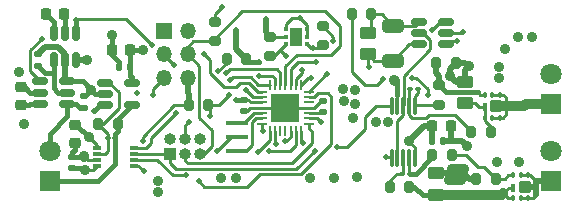
<source format=gbr>
%TF.GenerationSoftware,KiCad,Pcbnew,7.0.6*%
%TF.CreationDate,2023-09-08T17:54:16+10:00*%
%TF.ProjectId,turbidity_sensor_v2,74757262-6964-4697-9479-5f73656e736f,0.1.0*%
%TF.SameCoordinates,Original*%
%TF.FileFunction,Copper,L1,Top*%
%TF.FilePolarity,Positive*%
%FSLAX46Y46*%
G04 Gerber Fmt 4.6, Leading zero omitted, Abs format (unit mm)*
G04 Created by KiCad (PCBNEW 7.0.6) date 2023-09-08 17:54:16*
%MOMM*%
%LPD*%
G01*
G04 APERTURE LIST*
G04 Aperture macros list*
%AMRoundRect*
0 Rectangle with rounded corners*
0 $1 Rounding radius*
0 $2 $3 $4 $5 $6 $7 $8 $9 X,Y pos of 4 corners*
0 Add a 4 corners polygon primitive as box body*
4,1,4,$2,$3,$4,$5,$6,$7,$8,$9,$2,$3,0*
0 Add four circle primitives for the rounded corners*
1,1,$1+$1,$2,$3*
1,1,$1+$1,$4,$5*
1,1,$1+$1,$6,$7*
1,1,$1+$1,$8,$9*
0 Add four rect primitives between the rounded corners*
20,1,$1+$1,$2,$3,$4,$5,0*
20,1,$1+$1,$4,$5,$6,$7,0*
20,1,$1+$1,$6,$7,$8,$9,0*
20,1,$1+$1,$8,$9,$2,$3,0*%
%AMFreePoly0*
4,1,14,0.318306,0.106694,0.381694,0.043306,0.400000,-0.000888,0.400000,-0.062500,0.381694,-0.106694,0.337500,-0.125000,-0.337500,-0.125000,-0.381694,-0.106694,-0.400000,-0.062500,-0.400000,0.062500,-0.381694,0.106694,-0.337500,0.125000,0.274112,0.125000,0.318306,0.106694,0.318306,0.106694,$1*%
%AMFreePoly1*
4,1,14,0.381694,0.106694,0.400000,0.062500,0.400000,0.000888,0.381694,-0.043306,0.318306,-0.106694,0.274112,-0.125000,-0.337500,-0.125000,-0.381694,-0.106694,-0.400000,-0.062500,-0.400000,0.062500,-0.381694,0.106694,-0.337500,0.125000,0.337500,0.125000,0.381694,0.106694,0.381694,0.106694,$1*%
%AMFreePoly2*
4,1,14,0.106694,0.381694,0.125000,0.337500,0.125000,-0.337500,0.106694,-0.381694,0.062500,-0.400000,-0.062500,-0.400000,-0.106694,-0.381694,-0.125000,-0.337500,-0.125000,0.274112,-0.106694,0.318306,-0.043306,0.381694,0.000888,0.400000,0.062500,0.400000,0.106694,0.381694,0.106694,0.381694,$1*%
%AMFreePoly3*
4,1,14,0.043306,0.381694,0.106694,0.318306,0.125000,0.274112,0.125000,-0.337500,0.106694,-0.381694,0.062500,-0.400000,-0.062500,-0.400000,-0.106694,-0.381694,-0.125000,-0.337500,-0.125000,0.337500,-0.106694,0.381694,-0.062500,0.400000,-0.000888,0.400000,0.043306,0.381694,0.043306,0.381694,$1*%
%AMFreePoly4*
4,1,14,0.381694,0.106694,0.400000,0.062500,0.400000,-0.062500,0.381694,-0.106694,0.337500,-0.125000,-0.274112,-0.125000,-0.318306,-0.106694,-0.381694,-0.043306,-0.400000,0.000888,-0.400000,0.062500,-0.381694,0.106694,-0.337500,0.125000,0.337500,0.125000,0.381694,0.106694,0.381694,0.106694,$1*%
%AMFreePoly5*
4,1,14,0.381694,0.106694,0.400000,0.062500,0.400000,-0.062500,0.381694,-0.106694,0.337500,-0.125000,-0.337500,-0.125000,-0.381694,-0.106694,-0.400000,-0.062500,-0.400000,-0.000888,-0.381694,0.043306,-0.318306,0.106694,-0.274112,0.125000,0.337500,0.125000,0.381694,0.106694,0.381694,0.106694,$1*%
%AMFreePoly6*
4,1,14,0.106694,0.381694,0.125000,0.337500,0.125000,-0.274112,0.106694,-0.318306,0.043306,-0.381694,-0.000888,-0.400000,-0.062500,-0.400000,-0.106694,-0.381694,-0.125000,-0.337500,-0.125000,0.337500,-0.106694,0.381694,-0.062500,0.400000,0.062500,0.400000,0.106694,0.381694,0.106694,0.381694,$1*%
%AMFreePoly7*
4,1,14,0.106694,0.381694,0.125000,0.337500,0.125000,-0.337500,0.106694,-0.381694,0.062500,-0.400000,0.000888,-0.400000,-0.043306,-0.381694,-0.106694,-0.318306,-0.125000,-0.274112,-0.125000,0.337500,-0.106694,0.381694,-0.062500,0.400000,0.062500,0.400000,0.106694,0.381694,0.106694,0.381694,$1*%
G04 Aperture macros list end*
%TA.AperFunction,SMDPad,CuDef*%
%ADD10RoundRect,0.200000X0.200000X0.275000X-0.200000X0.275000X-0.200000X-0.275000X0.200000X-0.275000X0*%
%TD*%
%TA.AperFunction,SMDPad,CuDef*%
%ADD11R,1.900000X0.400000*%
%TD*%
%TA.AperFunction,SMDPad,CuDef*%
%ADD12RoundRect,0.100000X-0.130000X-0.100000X0.130000X-0.100000X0.130000X0.100000X-0.130000X0.100000X0*%
%TD*%
%TA.AperFunction,ComponentPad*%
%ADD13R,1.000000X1.000000*%
%TD*%
%TA.AperFunction,ComponentPad*%
%ADD14O,1.000000X1.000000*%
%TD*%
%TA.AperFunction,SMDPad,CuDef*%
%ADD15RoundRect,0.225000X-0.225000X-0.250000X0.225000X-0.250000X0.225000X0.250000X-0.225000X0.250000X0*%
%TD*%
%TA.AperFunction,SMDPad,CuDef*%
%ADD16RoundRect,0.093750X0.093750X0.106250X-0.093750X0.106250X-0.093750X-0.106250X0.093750X-0.106250X0*%
%TD*%
%TA.AperFunction,SMDPad,CuDef*%
%ADD17R,1.000000X1.600000*%
%TD*%
%TA.AperFunction,SMDPad,CuDef*%
%ADD18RoundRect,0.100000X0.130000X0.100000X-0.130000X0.100000X-0.130000X-0.100000X0.130000X-0.100000X0*%
%TD*%
%TA.AperFunction,SMDPad,CuDef*%
%ADD19RoundRect,0.200000X-0.275000X0.200000X-0.275000X-0.200000X0.275000X-0.200000X0.275000X0.200000X0*%
%TD*%
%TA.AperFunction,SMDPad,CuDef*%
%ADD20RoundRect,0.200000X-0.200000X-0.275000X0.200000X-0.275000X0.200000X0.275000X-0.200000X0.275000X0*%
%TD*%
%TA.AperFunction,ComponentPad*%
%ADD21R,1.800000X1.800000*%
%TD*%
%TA.AperFunction,ComponentPad*%
%ADD22C,1.800000*%
%TD*%
%TA.AperFunction,SMDPad,CuDef*%
%ADD23RoundRect,0.225000X0.225000X0.250000X-0.225000X0.250000X-0.225000X-0.250000X0.225000X-0.250000X0*%
%TD*%
%TA.AperFunction,SMDPad,CuDef*%
%ADD24R,0.800000X0.300000*%
%TD*%
%TA.AperFunction,SMDPad,CuDef*%
%ADD25RoundRect,0.140000X0.140000X0.170000X-0.140000X0.170000X-0.140000X-0.170000X0.140000X-0.170000X0*%
%TD*%
%TA.AperFunction,SMDPad,CuDef*%
%ADD26RoundRect,0.075000X-0.075000X0.650000X-0.075000X-0.650000X0.075000X-0.650000X0.075000X0.650000X0*%
%TD*%
%TA.AperFunction,SMDPad,CuDef*%
%ADD27RoundRect,0.140000X-0.170000X0.140000X-0.170000X-0.140000X0.170000X-0.140000X0.170000X0.140000X0*%
%TD*%
%TA.AperFunction,SMDPad,CuDef*%
%ADD28RoundRect,0.140000X0.170000X-0.140000X0.170000X0.140000X-0.170000X0.140000X-0.170000X-0.140000X0*%
%TD*%
%TA.AperFunction,SMDPad,CuDef*%
%ADD29RoundRect,0.150000X0.512500X0.150000X-0.512500X0.150000X-0.512500X-0.150000X0.512500X-0.150000X0*%
%TD*%
%TA.AperFunction,SMDPad,CuDef*%
%ADD30RoundRect,0.140000X-0.140000X-0.170000X0.140000X-0.170000X0.140000X0.170000X-0.140000X0.170000X0*%
%TD*%
%TA.AperFunction,SMDPad,CuDef*%
%ADD31RoundRect,0.050100X-0.099900X0.174900X-0.099900X-0.174900X0.099900X-0.174900X0.099900X0.174900X0*%
%TD*%
%TA.AperFunction,SMDPad,CuDef*%
%ADD32RoundRect,0.050100X-0.099900X0.324900X-0.099900X-0.324900X0.099900X-0.324900X0.099900X0.324900X0*%
%TD*%
%TA.AperFunction,SMDPad,CuDef*%
%ADD33RoundRect,0.050350X-0.424650X0.449650X-0.424650X-0.449650X0.424650X-0.449650X0.424650X0.449650X0*%
%TD*%
%TA.AperFunction,SMDPad,CuDef*%
%ADD34RoundRect,0.250000X0.450000X-0.262500X0.450000X0.262500X-0.450000X0.262500X-0.450000X-0.262500X0*%
%TD*%
%TA.AperFunction,SMDPad,CuDef*%
%ADD35RoundRect,0.200000X0.275000X-0.200000X0.275000X0.200000X-0.275000X0.200000X-0.275000X-0.200000X0*%
%TD*%
%TA.AperFunction,SMDPad,CuDef*%
%ADD36RoundRect,0.225000X-0.250000X0.225000X-0.250000X-0.225000X0.250000X-0.225000X0.250000X0.225000X0*%
%TD*%
%TA.AperFunction,SMDPad,CuDef*%
%ADD37RoundRect,0.150000X-0.512500X-0.150000X0.512500X-0.150000X0.512500X0.150000X-0.512500X0.150000X0*%
%TD*%
%TA.AperFunction,SMDPad,CuDef*%
%ADD38RoundRect,0.250000X-0.650000X0.325000X-0.650000X-0.325000X0.650000X-0.325000X0.650000X0.325000X0*%
%TD*%
%TA.AperFunction,ComponentPad*%
%ADD39R,1.350000X1.350000*%
%TD*%
%TA.AperFunction,ComponentPad*%
%ADD40O,1.350000X1.350000*%
%TD*%
%TA.AperFunction,SMDPad,CuDef*%
%ADD41FreePoly0,0.000000*%
%TD*%
%TA.AperFunction,SMDPad,CuDef*%
%ADD42RoundRect,0.062500X-0.337500X-0.062500X0.337500X-0.062500X0.337500X0.062500X-0.337500X0.062500X0*%
%TD*%
%TA.AperFunction,SMDPad,CuDef*%
%ADD43FreePoly1,0.000000*%
%TD*%
%TA.AperFunction,SMDPad,CuDef*%
%ADD44FreePoly2,0.000000*%
%TD*%
%TA.AperFunction,SMDPad,CuDef*%
%ADD45RoundRect,0.062500X-0.062500X-0.337500X0.062500X-0.337500X0.062500X0.337500X-0.062500X0.337500X0*%
%TD*%
%TA.AperFunction,SMDPad,CuDef*%
%ADD46FreePoly3,0.000000*%
%TD*%
%TA.AperFunction,SMDPad,CuDef*%
%ADD47FreePoly4,0.000000*%
%TD*%
%TA.AperFunction,SMDPad,CuDef*%
%ADD48FreePoly5,0.000000*%
%TD*%
%TA.AperFunction,SMDPad,CuDef*%
%ADD49FreePoly6,0.000000*%
%TD*%
%TA.AperFunction,SMDPad,CuDef*%
%ADD50FreePoly7,0.000000*%
%TD*%
%TA.AperFunction,SMDPad,CuDef*%
%ADD51R,2.400000X2.400000*%
%TD*%
%TA.AperFunction,SMDPad,CuDef*%
%ADD52RoundRect,0.225000X0.250000X-0.225000X0.250000X0.225000X-0.250000X0.225000X-0.250000X-0.225000X0*%
%TD*%
%TA.AperFunction,SMDPad,CuDef*%
%ADD53RoundRect,0.150000X0.150000X-0.512500X0.150000X0.512500X-0.150000X0.512500X-0.150000X-0.512500X0*%
%TD*%
%TA.AperFunction,SMDPad,CuDef*%
%ADD54RoundRect,0.250000X-0.450000X0.262500X-0.450000X-0.262500X0.450000X-0.262500X0.450000X0.262500X0*%
%TD*%
%TA.AperFunction,ViaPad*%
%ADD55C,0.500000*%
%TD*%
%TA.AperFunction,ViaPad*%
%ADD56C,0.900000*%
%TD*%
%TA.AperFunction,Conductor*%
%ADD57C,0.250000*%
%TD*%
%TA.AperFunction,Conductor*%
%ADD58C,0.812800*%
%TD*%
%TA.AperFunction,Conductor*%
%ADD59C,0.508000*%
%TD*%
%TA.AperFunction,Conductor*%
%ADD60C,0.254000*%
%TD*%
%TA.AperFunction,Conductor*%
%ADD61C,0.381000*%
%TD*%
G04 APERTURE END LIST*
D10*
%TO.P,R13,1*%
%TO.N,Net-(D2-K)*%
X109011107Y-110563839D03*
%TO.P,R13,2*%
%TO.N,TIA_SIGNAL*%
X107361107Y-110563839D03*
%TD*%
D11*
%TO.P,Y1,1,1*%
%TO.N,Net-(U3-XTAL1{slash}PB6)*%
X119132190Y-110489158D03*
%TO.P,Y1,2,2*%
%TO.N,GND*%
X119132190Y-111689158D03*
%TO.P,Y1,3,3*%
%TO.N,Net-(U3-XTAL2{slash}PB7)*%
X119132190Y-112889158D03*
%TD*%
D12*
%TO.P,C33,1*%
%TO.N,Net-(U9A--)*%
X133781227Y-107624240D03*
%TO.P,C33,2*%
%TO.N,Net-(C33-Pad2)*%
X134421227Y-107624240D03*
%TD*%
D13*
%TO.P,J1,1,Pin_1*%
%TO.N,MISO*%
X113462636Y-113082428D03*
D14*
%TO.P,J1,2,Pin_2*%
%TO.N,+3.3V*%
X113462636Y-111812428D03*
%TO.P,J1,3,Pin_3*%
%TO.N,CLKO*%
X114732636Y-113082428D03*
%TO.P,J1,4,Pin_4*%
%TO.N,MOSI*%
X114732636Y-111812428D03*
%TO.P,J1,5,Pin_5*%
%TO.N,RST*%
X116002636Y-113082428D03*
%TO.P,J1,6,Pin_6*%
%TO.N,GND*%
X116002636Y-111812428D03*
%TD*%
D15*
%TO.P,C22,1*%
%TO.N,+3.3V*%
X135654180Y-110775743D03*
%TO.P,C22,2*%
%TO.N,GND*%
X137204180Y-110775743D03*
%TD*%
D10*
%TO.P,R8,1*%
%TO.N,Net-(Q1-G)*%
X141015356Y-115197936D03*
%TO.P,R8,2*%
%TO.N,GND*%
X139365356Y-115197936D03*
%TD*%
D16*
%TO.P,U6,1,SCL*%
%TO.N,SCL*%
X125020282Y-103832709D03*
%TO.P,U6,2,GND*%
%TO.N,GND*%
X125020282Y-103182709D03*
%TO.P,U6,3,ALERT*%
X125020282Y-102532709D03*
%TO.P,U6,4,ADD0*%
X123245282Y-102532709D03*
%TO.P,U6,5,V+*%
%TO.N,+3.3V*%
X123245282Y-103182709D03*
%TO.P,U6,6,SDA*%
%TO.N,SDA*%
X123245282Y-103832709D03*
D17*
%TO.P,U6,7*%
%TO.N,N/C*%
X124132782Y-103182709D03*
%TD*%
D18*
%TO.P,C31,1*%
%TO.N,Net-(D2-K)*%
X108820000Y-111741428D03*
%TO.P,C31,2*%
%TO.N,TIA_SIGNAL*%
X108180000Y-111741428D03*
%TD*%
D19*
%TO.P,R4,1*%
%TO.N,+3.3V*%
X117222799Y-101934363D03*
%TO.P,R4,2*%
%TO.N,RST*%
X117222799Y-103584363D03*
%TD*%
D20*
%TO.P,R1,1*%
%TO.N,+BATT*%
X115043340Y-108994719D03*
%TO.P,R1,2*%
%TO.N,LED_PWR_FAULT*%
X116693340Y-108994719D03*
%TD*%
D21*
%TO.P,D1,1,K*%
%TO.N,Net-(D1-K)*%
X145658563Y-108880210D03*
D22*
%TO.P,D1,2,A*%
%TO.N,LED_PWR*%
X145658563Y-106340210D03*
%TD*%
D18*
%TO.P,C27,1*%
%TO.N,Net-(C27-Pad1)*%
X133749400Y-114774286D03*
%TO.P,C27,2*%
%TO.N,Net-(U9B--)*%
X133109400Y-114774286D03*
%TD*%
D23*
%TO.P,C23,1*%
%TO.N,Net-(U10-C1+)*%
X104460918Y-101232877D03*
%TO.P,C23,2*%
%TO.N,Net-(U10-C1-)*%
X102910918Y-101232877D03*
%TD*%
%TO.P,C30,1*%
%TO.N,TIA_PWR*%
X110087775Y-104279415D03*
%TO.P,C30,2*%
%TO.N,GND*%
X108537775Y-104279415D03*
%TD*%
D24*
%TO.P,U7,1,DVDD*%
%TO.N,GND*%
X110361094Y-114108624D03*
%TO.P,U7,2,SCLK*%
%TO.N,CLKO*%
X110361094Y-113608624D03*
%TO.P,U7,3,SDO*%
%TO.N,MISO*%
X110361094Y-113108624D03*
%TO.P,U7,4,~{CS}*%
%TO.N,SS*%
X110361094Y-112608624D03*
%TO.P,U7,5,AINM*%
%TO.N,GND*%
X107261094Y-112608624D03*
%TO.P,U7,6,AINP*%
%TO.N,TIA_SIGNAL*%
X107261094Y-113108624D03*
%TO.P,U7,7,AVDD*%
%TO.N,+3.3VADC*%
X107261094Y-113608624D03*
%TO.P,U7,8,GND*%
%TO.N,GND*%
X107261094Y-114108624D03*
%TD*%
D25*
%TO.P,C29,1*%
%TO.N,TIA_PWR*%
X110090210Y-105708435D03*
%TO.P,C29,2*%
%TO.N,GND*%
X109130210Y-105708435D03*
%TD*%
D26*
%TO.P,U9,1*%
%TO.N,Net-(C33-Pad2)*%
X134193215Y-109024479D03*
%TO.P,U9,2,-*%
%TO.N,Net-(U9A--)*%
X133693215Y-109024479D03*
%TO.P,U9,3,+*%
%TO.N,LED_ANALOG_SIGNAL*%
X133193215Y-109024479D03*
%TO.P,U9,4,V-*%
%TO.N,GND*%
X132693215Y-109024479D03*
%TO.P,U9,5,SHDN*%
%TO.N,LED_2_EN*%
X132193215Y-109024479D03*
%TO.P,U9,6,SHDN*%
%TO.N,LED_1_EN*%
X132193215Y-113424479D03*
%TO.P,U9,7,+*%
%TO.N,LED_ANALOG_SIGNAL*%
X132693215Y-113424479D03*
%TO.P,U9,8,-*%
%TO.N,Net-(U9B--)*%
X133193215Y-113424479D03*
%TO.P,U9,9*%
%TO.N,Net-(C27-Pad1)*%
X133693215Y-113424479D03*
%TO.P,U9,10,V+*%
%TO.N,+3.3V*%
X134193215Y-113424479D03*
%TD*%
D27*
%TO.P,C6,1*%
%TO.N,+3.3V*%
X119746465Y-108506034D03*
%TO.P,C6,2*%
%TO.N,GND*%
X119746465Y-109466034D03*
%TD*%
D28*
%TO.P,C28,1*%
%TO.N,Net-(D2-A)*%
X106144051Y-109189014D03*
%TO.P,C28,2*%
%TO.N,GND*%
X106144051Y-108229014D03*
%TD*%
D27*
%TO.P,C15,1*%
%TO.N,+3.3VADC*%
X105169248Y-113379920D03*
%TO.P,C15,2*%
%TO.N,GND*%
X105169248Y-114339920D03*
%TD*%
D29*
%TO.P,U11,1,VOUT*%
%TO.N,Net-(D2-A)*%
X104747534Y-108875397D03*
%TO.P,U11,2,GND*%
%TO.N,Net-(U10-VOUT)*%
X104747534Y-107925397D03*
%TO.P,U11,3,VIN*%
%TO.N,GND*%
X104747534Y-106975397D03*
%TO.P,U11,4,EN*%
%TO.N,NEG_VOLT_EN*%
X102472534Y-106975397D03*
%TO.P,U11,5,C1+*%
%TO.N,Net-(U11-C1+)*%
X102472534Y-107925397D03*
%TO.P,U11,6,C1-*%
%TO.N,Net-(U11-C1-)*%
X102472534Y-108875397D03*
%TD*%
D30*
%TO.P,C21,1*%
%TO.N,+3.3V*%
X135629483Y-111978319D03*
%TO.P,C21,2*%
%TO.N,GND*%
X136589483Y-111978319D03*
%TD*%
D21*
%TO.P,D2,1,K*%
%TO.N,Net-(D2-K)*%
X103249445Y-115439646D03*
D22*
%TO.P,D2,2,A*%
%TO.N,Net-(D2-A)*%
X103249445Y-112899646D03*
%TD*%
D31*
%TO.P,Q2,1,D*%
%TO.N,Net-(D1-K)*%
X141378652Y-108095255D03*
%TO.P,Q2,2,D*%
X140728652Y-108095255D03*
%TO.P,Q2,3,G*%
%TO.N,Net-(Q2-G)*%
X140078652Y-108095255D03*
%TO.P,Q2,4,S*%
%TO.N,Net-(Q2-S-Pad4)*%
X140078652Y-110045255D03*
%TO.P,Q2,5,D*%
%TO.N,Net-(D1-K)*%
X140728652Y-110045255D03*
%TO.P,Q2,6,D*%
X141378652Y-110045255D03*
D32*
%TO.P,Q2,7,S*%
%TO.N,Net-(Q2-S-Pad4)*%
X140078652Y-109165255D03*
D33*
%TO.P,Q2,8,D*%
%TO.N,Net-(D1-K)*%
X141053652Y-109070255D03*
%TD*%
D34*
%TO.P,R17,1*%
%TO.N,Net-(Q2-S-Pad4)*%
X138449462Y-108825738D03*
%TO.P,R17,2*%
%TO.N,GND*%
X138449462Y-107000738D03*
%TD*%
D35*
%TO.P,R18,1*%
%TO.N,SCL*%
X126371024Y-103898558D03*
%TO.P,R18,2*%
%TO.N,+3.3V*%
X126371024Y-102248558D03*
%TD*%
D20*
%TO.P,R15,1*%
%TO.N,Net-(Q2-G)*%
X135983349Y-105441549D03*
%TO.P,R15,2*%
%TO.N,GND*%
X137633349Y-105441549D03*
%TD*%
D28*
%TO.P,C3,1*%
%TO.N,Net-(U3-AREF)*%
X126421689Y-109552343D03*
%TO.P,C3,2*%
%TO.N,GND*%
X126421689Y-108592343D03*
%TD*%
D36*
%TO.P,C25,1*%
%TO.N,Net-(U11-C1+)*%
X100798730Y-107432386D03*
%TO.P,C25,2*%
%TO.N,Net-(U11-C1-)*%
X100798730Y-108982386D03*
%TD*%
D19*
%TO.P,R14,1*%
%TO.N,Net-(Q2-G)*%
X136181014Y-107302063D03*
%TO.P,R14,2*%
%TO.N,Net-(C33-Pad2)*%
X136181014Y-108952063D03*
%TD*%
D37*
%TO.P,U12,1*%
%TO.N,TIA_SIGNAL*%
X107932122Y-107066341D03*
%TO.P,U12,2,V-*%
%TO.N,GND*%
X107932122Y-108016341D03*
%TO.P,U12,3,+*%
%TO.N,TIA_BIAS*%
X107932122Y-108966341D03*
%TO.P,U12,4,-*%
%TO.N,Net-(D2-K)*%
X110207122Y-108966341D03*
%TO.P,U12,5,V+*%
%TO.N,TIA_PWR*%
X110207122Y-107066341D03*
%TD*%
D10*
%TO.P,R16,1*%
%TO.N,Net-(Q2-S-Pad4)*%
X140595196Y-111279440D03*
%TO.P,R16,2*%
%TO.N,Net-(U9A--)*%
X138945196Y-111279440D03*
%TD*%
D38*
%TO.P,C24,1*%
%TO.N,Net-(C24-Pad1)*%
X132349785Y-102249082D03*
%TO.P,C24,2*%
%TO.N,GND*%
X132349785Y-105199082D03*
%TD*%
D20*
%TO.P,R5,1*%
%TO.N,+3.3VADC*%
X128820664Y-101297898D03*
%TO.P,R5,2*%
%TO.N,Net-(C24-Pad1)*%
X130470664Y-101297898D03*
%TD*%
D34*
%TO.P,R10,1*%
%TO.N,Net-(Q1-S-Pad4)*%
X135925761Y-116587637D03*
%TO.P,R10,2*%
%TO.N,GND*%
X135925761Y-114762637D03*
%TD*%
D39*
%TO.P,J3,1,Pin_1*%
%TO.N,WKE*%
X112931610Y-102661401D03*
D40*
%TO.P,J3,2,Pin_2*%
%TO.N,GND*%
X114931610Y-102661401D03*
%TO.P,J3,3,Pin_3*%
%TO.N,TX*%
X112931610Y-104661401D03*
%TO.P,J3,4,Pin_4*%
%TO.N,RST*%
X114931610Y-104661401D03*
%TO.P,J3,5,Pin_5*%
%TO.N,RX*%
X112931610Y-106661401D03*
%TO.P,J3,6,Pin_6*%
%TO.N,+BATT*%
X114931610Y-106661401D03*
%TD*%
D21*
%TO.P,D3,1,K*%
%TO.N,Net-(D3-K)*%
X145658563Y-115439646D03*
D22*
%TO.P,D3,2,A*%
%TO.N,LED_PWR*%
X145658563Y-112899646D03*
%TD*%
D31*
%TO.P,Q1,1,D*%
%TO.N,Net-(D3-K)*%
X143788240Y-114911426D03*
%TO.P,Q1,2,D*%
X143138240Y-114911426D03*
%TO.P,Q1,3,G*%
%TO.N,Net-(Q1-G)*%
X142488240Y-114911426D03*
%TO.P,Q1,4,S*%
%TO.N,Net-(Q1-S-Pad4)*%
X142488240Y-116861426D03*
%TO.P,Q1,5,D*%
%TO.N,Net-(D3-K)*%
X143138240Y-116861426D03*
%TO.P,Q1,6,D*%
X143788240Y-116861426D03*
D32*
%TO.P,Q1,7,S*%
%TO.N,Net-(Q1-S-Pad4)*%
X142488240Y-115981426D03*
D33*
%TO.P,Q1,8,D*%
%TO.N,Net-(D3-K)*%
X143463240Y-115886426D03*
%TD*%
D10*
%TO.P,R9,1*%
%TO.N,Net-(Q1-S-Pad4)*%
X133693537Y-115874549D03*
%TO.P,R9,2*%
%TO.N,Net-(U9B--)*%
X132043537Y-115874549D03*
%TD*%
D41*
%TO.P,U3,1,PD3*%
%TO.N,WKE*%
X121266412Y-107837195D03*
D42*
%TO.P,U3,2,PD4*%
%TO.N,LED_PWR_EN*%
X121266412Y-108287195D03*
%TO.P,U3,3,VCC*%
%TO.N,+3.3V*%
X121266412Y-108737195D03*
%TO.P,U3,4,GND*%
%TO.N,GND*%
X121266412Y-109187195D03*
%TO.P,U3,5,XTAL1/PB6*%
%TO.N,Net-(U3-XTAL1{slash}PB6)*%
X121266412Y-109637195D03*
%TO.P,U3,6,XTAL2/PB7*%
%TO.N,Net-(U3-XTAL2{slash}PB7)*%
X121266412Y-110087195D03*
D43*
%TO.P,U3,7,PD5*%
%TO.N,LED_PWR_FAULT*%
X121266412Y-110537195D03*
D44*
%TO.P,U3,8,PD6*%
%TO.N,LED_2_EN*%
X121866412Y-111137195D03*
D45*
%TO.P,U3,9,PD7*%
%TO.N,LED_1_EN*%
X122316412Y-111137195D03*
%TO.P,U3,10,PB0*%
%TO.N,unconnected-(U3-PB0-Pad10)*%
X122766412Y-111137195D03*
%TO.P,U3,11,PB1*%
%TO.N,unconnected-(U3-PB1-Pad11)*%
X123216412Y-111137195D03*
%TO.P,U3,12,PB2*%
%TO.N,SS*%
X123666412Y-111137195D03*
%TO.P,U3,13,PB3*%
%TO.N,MOSI*%
X124116412Y-111137195D03*
D46*
%TO.P,U3,14,PB4*%
%TO.N,MISO*%
X124566412Y-111137195D03*
D47*
%TO.P,U3,15,PB5*%
%TO.N,CLKO*%
X125166412Y-110537195D03*
D42*
%TO.P,U3,16,AVCC*%
%TO.N,+3.3V*%
X125166412Y-110087195D03*
%TO.P,U3,17,AREF*%
%TO.N,Net-(U3-AREF)*%
X125166412Y-109637195D03*
%TO.P,U3,18,GND*%
%TO.N,GND*%
X125166412Y-109187195D03*
%TO.P,U3,19,PC0*%
%TO.N,unconnected-(U3-PC0-Pad19)*%
X125166412Y-108737195D03*
%TO.P,U3,20,PC1*%
%TO.N,REF_EN*%
X125166412Y-108287195D03*
D48*
%TO.P,U3,21,PC2*%
%TO.N,LED_DIGITAL_SIGNAL*%
X125166412Y-107837195D03*
D49*
%TO.P,U3,22,PC3*%
%TO.N,TIA_PWR_EN*%
X124566412Y-107237195D03*
D45*
%TO.P,U3,23,PC4*%
%TO.N,SDA*%
X124116412Y-107237195D03*
%TO.P,U3,24,PC5*%
%TO.N,SCL*%
X123666412Y-107237195D03*
%TO.P,U3,25,~{RESET}/PC6*%
%TO.N,RST*%
X123216412Y-107237195D03*
%TO.P,U3,26,PD0*%
%TO.N,TX*%
X122766412Y-107237195D03*
%TO.P,U3,27,PD1*%
%TO.N,RX*%
X122316412Y-107237195D03*
D50*
%TO.P,U3,28,PD2*%
%TO.N,NEG_VOLT_EN*%
X121866412Y-107237195D03*
D51*
%TO.P,U3,29,GND*%
%TO.N,GND*%
X123216412Y-109187195D03*
%TD*%
D29*
%TO.P,U1,1*%
%TO.N,LED_DIGITAL_SIGNAL*%
X136767189Y-103833327D03*
%TO.P,U1,2,V+*%
%TO.N,+3.3V*%
X136767189Y-102883327D03*
%TO.P,U1,3,GND*%
%TO.N,GND*%
X136767189Y-101933327D03*
%TO.P,U1,4*%
%TO.N,Net-(C24-Pad1)*%
X134492189Y-101933327D03*
%TO.P,U1,5*%
%TO.N,LED_ANALOG_SIGNAL*%
X134492189Y-102883327D03*
%TO.P,U1,6*%
%TO.N,GND*%
X134492189Y-103833327D03*
%TD*%
D52*
%TO.P,C17,1*%
%TO.N,+3.3VADC*%
X105403262Y-112174390D03*
%TO.P,C17,2*%
%TO.N,GND*%
X105403262Y-110624390D03*
%TD*%
D10*
%TO.P,R2,1*%
%TO.N,LED_PWR_EN*%
X119880237Y-105108097D03*
%TO.P,R2,2*%
%TO.N,GND*%
X118230237Y-105108097D03*
%TD*%
D28*
%TO.P,C26,1*%
%TO.N,Net-(U10-VOUT)*%
X102241463Y-105632017D03*
%TO.P,C26,2*%
%TO.N,GND*%
X102241463Y-104672017D03*
%TD*%
D10*
%TO.P,R7,1*%
%TO.N,Net-(Q1-G)*%
X137287443Y-113213108D03*
%TO.P,R7,2*%
%TO.N,Net-(C27-Pad1)*%
X135637443Y-113213108D03*
%TD*%
D53*
%TO.P,U10,1,VOUT*%
%TO.N,Net-(U10-VOUT)*%
X103588579Y-105182913D03*
%TO.P,U10,2,GND*%
%TO.N,GND*%
X104538579Y-105182913D03*
%TO.P,U10,3,VIN*%
%TO.N,+3.3V*%
X105488579Y-105182913D03*
%TO.P,U10,4,EN*%
%TO.N,NEG_VOLT_EN*%
X105488579Y-102907913D03*
%TO.P,U10,5,C1+*%
%TO.N,Net-(U10-C1+)*%
X104538579Y-102907913D03*
%TO.P,U10,6,C1-*%
%TO.N,Net-(U10-C1-)*%
X103588579Y-102907913D03*
%TD*%
D54*
%TO.P,R6,1*%
%TO.N,Net-(C24-Pad1)*%
X130216492Y-102857588D03*
%TO.P,R6,2*%
%TO.N,GND*%
X130216492Y-104682588D03*
%TD*%
D35*
%TO.P,R19,1*%
%TO.N,SDA*%
X121907323Y-104828765D03*
%TO.P,R19,2*%
%TO.N,+3.3V*%
X121907323Y-103178765D03*
%TD*%
D55*
%TO.N,GND*%
X117431747Y-112819419D03*
D56*
X112439941Y-116357410D03*
X129115383Y-107720303D03*
X131916497Y-110400000D03*
X137339946Y-114413730D03*
X137075085Y-115338137D03*
X106770139Y-107705797D03*
D55*
X117530213Y-106080213D03*
D56*
X143000000Y-113790146D03*
X138294980Y-114399037D03*
X128127156Y-107570595D03*
D55*
X130329681Y-105709526D03*
D56*
X142900000Y-103200000D03*
X138713663Y-105704613D03*
X112439941Y-115433819D03*
X119062593Y-115131928D03*
X137128358Y-106515591D03*
X106573442Y-111706900D03*
D55*
X124425417Y-101601571D03*
D56*
X141117864Y-113765385D03*
D55*
X122650000Y-109150000D03*
D56*
X128915491Y-110076860D03*
D55*
X111200000Y-114550000D03*
D56*
X144100000Y-103200000D03*
D55*
X135652093Y-102620014D03*
D56*
X108559432Y-103023520D03*
X138575957Y-112404485D03*
X117733790Y-115131928D03*
X138074588Y-115338137D03*
X129139116Y-108918792D03*
X132423771Y-106844088D03*
X101089244Y-110565149D03*
X128143041Y-108614172D03*
D55*
X123850000Y-109150000D03*
D56*
X100655381Y-106182875D03*
X106278799Y-114431872D03*
X130900000Y-110400000D03*
D55*
%TO.N,+3.3VADC*%
X131490783Y-106776486D03*
D56*
X106191672Y-113322508D03*
D55*
X133898623Y-106645275D03*
X135268698Y-108145547D03*
D56*
%TO.N,+BATT*%
X125297802Y-115108976D03*
D55*
X111173423Y-112034124D03*
D56*
X129250000Y-115100000D03*
X127320103Y-115108132D03*
D55*
%TO.N,+3.3V*%
X138222899Y-102799822D03*
X126200000Y-110400000D03*
X117800000Y-100700000D03*
D56*
X141313086Y-105752987D03*
X133668546Y-112049979D03*
D55*
X121528931Y-101642406D03*
D56*
X141800000Y-104200000D03*
X106451058Y-105153746D03*
D55*
X127278974Y-103552871D03*
D56*
X141317983Y-106710135D03*
D55*
X110622782Y-107981360D03*
X119056862Y-108506034D03*
D56*
%TO.N,TIA_PWR*%
X111120805Y-104268265D03*
D55*
%TO.N,TIA_BIAS*%
X107000000Y-109500000D03*
%TO.N,MISO*%
X124690517Y-112182843D03*
X125673591Y-112824704D03*
%TO.N,CLKO*%
X114777217Y-114931928D03*
%TO.N,MOSI*%
X115038274Y-110386668D03*
X121779195Y-112825204D03*
%TO.N,TX*%
X113800000Y-105600000D03*
X118214751Y-106224125D03*
%TO.N,RX*%
X121004999Y-106507162D03*
X111963403Y-108125869D03*
%TO.N,LED_DIGITAL_SIGNAL*%
X126760000Y-106320000D03*
X137742074Y-103529169D03*
%TO.N,LED_PWR_EN*%
X118999723Y-102584220D03*
X119896763Y-107660255D03*
X120953579Y-105305378D03*
%TO.N,LED_PWR_FAULT*%
X118400000Y-108150000D03*
X121291912Y-111151834D03*
X116858319Y-109902604D03*
%TO.N,LED_2_EN*%
X127600000Y-112500000D03*
X120850000Y-112950000D03*
%TO.N,LED_1_EN*%
X131703088Y-113400111D03*
X122400000Y-112250704D03*
%TO.N,SS*%
X113983227Y-109664507D03*
X123200000Y-112000000D03*
%TO.N,REF_EN*%
X115863418Y-115431235D03*
%TO.N,TIA_PWR_EN*%
X125340989Y-106685682D03*
%TO.N,SDA*%
X124600000Y-106000000D03*
X123300517Y-104800517D03*
%TO.N,SCL*%
X125531155Y-104154887D03*
X125815945Y-105303887D03*
%TO.N,NEG_VOLT_EN*%
X111931610Y-103850644D03*
X102582347Y-103363524D03*
X105500000Y-101750000D03*
X118479281Y-106871680D03*
%TO.N,WKE*%
X116300000Y-104649406D03*
%TD*%
D57*
%TO.N,GND*%
X118562009Y-111689158D02*
X119132190Y-111689158D01*
X117431747Y-112819419D02*
X118562009Y-111689158D01*
%TO.N,Net-(U3-XTAL2{slash}PB7)*%
X121266412Y-110087195D02*
X120734153Y-110087195D01*
X120407190Y-112364158D02*
X119882190Y-112889158D01*
X119882190Y-112889158D02*
X119132190Y-112889158D01*
X120734153Y-110087195D02*
X120407190Y-110414158D01*
X120407190Y-110414158D02*
X120407190Y-112364158D01*
D58*
%TO.N,GND*%
X138074588Y-115148372D02*
X137339946Y-114413730D01*
X137075085Y-115338137D02*
X137355880Y-115338137D01*
D59*
X137613505Y-107000738D02*
X137128358Y-106515591D01*
X136991039Y-114762637D02*
X137339946Y-114413730D01*
D58*
X132477315Y-106928428D02*
X132423771Y-106874884D01*
D57*
X110758624Y-114108624D02*
X111200000Y-114550000D01*
X132349785Y-105199082D02*
X130732986Y-105199082D01*
D59*
X104538579Y-106766442D02*
X104538579Y-105182913D01*
D60*
X107261094Y-112394552D02*
X106573442Y-111706900D01*
D57*
X130216492Y-105596337D02*
X130329681Y-105709526D01*
D60*
X107261094Y-112608624D02*
X107261094Y-112394552D01*
D57*
X121266412Y-109187195D02*
X120212805Y-109187195D01*
D61*
X107080683Y-108016341D02*
X106770139Y-107705797D01*
D60*
X106937846Y-114431872D02*
X107261094Y-114108624D01*
D57*
X125664420Y-109187195D02*
X125166412Y-109187195D01*
D59*
X137128358Y-105946540D02*
X137633349Y-105441549D01*
D57*
X119933966Y-109466034D02*
X119746465Y-109466034D01*
D61*
X107932122Y-108016341D02*
X107080683Y-108016341D01*
X108537775Y-104279415D02*
X108537775Y-103045177D01*
D59*
X137633349Y-105441549D02*
X138450599Y-105441549D01*
D61*
X108537775Y-103045177D02*
X108559432Y-103023520D01*
D57*
X126259272Y-108592343D02*
X125664420Y-109187195D01*
D59*
X138747936Y-115197936D02*
X138294980Y-114744980D01*
D58*
X138074588Y-115338137D02*
X137075085Y-115338137D01*
D57*
X110361094Y-114108624D02*
X110758624Y-114108624D01*
D59*
X136589483Y-111978319D02*
X137250000Y-111978319D01*
D61*
X105490932Y-110624390D02*
X106573442Y-111706900D01*
X106039739Y-106975397D02*
X104747534Y-106975397D01*
D57*
X134492189Y-103833327D02*
X133715540Y-103833327D01*
D58*
X138294980Y-114399037D02*
X137354639Y-114399037D01*
D57*
X122612805Y-109187195D02*
X121266412Y-109187195D01*
D58*
X137355880Y-115338137D02*
X138294980Y-114399037D01*
D61*
X109130210Y-105330210D02*
X109130210Y-105708435D01*
D58*
X138074588Y-115338137D02*
X138074588Y-115148372D01*
D57*
X133715540Y-103833327D02*
X132349785Y-105199082D01*
D59*
X138149791Y-111978319D02*
X138575957Y-112404485D01*
X138449462Y-107000738D02*
X138449462Y-105968814D01*
D57*
X125020282Y-102532709D02*
X125020282Y-102196436D01*
D61*
X108537775Y-104279415D02*
X108537775Y-104737775D01*
D57*
X125166412Y-109187195D02*
X123887195Y-109187195D01*
X123245282Y-102120209D02*
X123763920Y-101601571D01*
D61*
X106246922Y-108229014D02*
X106770139Y-107705797D01*
D57*
X123763920Y-101601571D02*
X124425417Y-101601571D01*
D59*
X103988764Y-104066413D02*
X104538579Y-104616228D01*
D57*
X125020282Y-103182709D02*
X125020282Y-102532709D01*
D59*
X102847067Y-104066413D02*
X103988764Y-104066413D01*
D61*
X105169248Y-114339920D02*
X106186847Y-114339920D01*
D59*
X138449462Y-107000738D02*
X137613505Y-107000738D01*
D58*
X137354639Y-114399037D02*
X137339946Y-114413730D01*
D57*
X120212805Y-109187195D02*
X119933966Y-109466034D01*
X135652093Y-102620014D02*
X136338780Y-101933327D01*
D58*
X132423771Y-106874884D02*
X132423771Y-106844088D01*
D60*
X132693215Y-107156321D02*
X132693215Y-109024479D01*
D59*
X138449462Y-105968814D02*
X138713663Y-105704613D01*
D57*
X123245282Y-102532709D02*
X123245282Y-102120209D01*
D61*
X132693215Y-107156321D02*
X132693215Y-108141162D01*
D59*
X102241463Y-104672017D02*
X102847067Y-104066413D01*
X137250000Y-111978319D02*
X138149791Y-111978319D01*
D57*
X125020282Y-102196436D02*
X124425417Y-101601571D01*
D61*
X106770139Y-107705797D02*
X106039739Y-106975397D01*
D59*
X139365356Y-115197936D02*
X138747936Y-115197936D01*
X104747534Y-106975397D02*
X104538579Y-106766442D01*
D60*
X106278799Y-114431872D02*
X106937846Y-114431872D01*
X118230237Y-105380189D02*
X117530213Y-106080213D01*
D59*
X137250000Y-111978319D02*
X137250000Y-110821563D01*
D61*
X106186847Y-114339920D02*
X106278799Y-114431872D01*
D59*
X137128358Y-106515591D02*
X137128358Y-105946540D01*
X104538579Y-104616228D02*
X104538579Y-105182913D01*
X138294980Y-114744980D02*
X138294980Y-114399037D01*
X135925761Y-114762637D02*
X136991039Y-114762637D01*
D61*
X108537775Y-104737775D02*
X109130210Y-105330210D01*
D57*
X130216492Y-104682588D02*
X130216492Y-105596337D01*
D59*
X138450599Y-105441549D02*
X138713663Y-105704613D01*
D57*
X130732986Y-105199082D02*
X130216492Y-104682588D01*
%TO.N,+3.3VADC*%
X107261094Y-113608624D02*
X106477788Y-113608624D01*
D61*
X106134260Y-113379920D02*
X106191672Y-113322508D01*
D57*
X134273303Y-106645275D02*
X133898623Y-106645275D01*
D61*
X105169248Y-113379920D02*
X105169248Y-112980752D01*
D58*
X106191672Y-113322508D02*
X106187060Y-113327120D01*
D57*
X106477788Y-113608624D02*
X106191672Y-113322508D01*
X129957258Y-107308680D02*
X128820664Y-106172086D01*
X130958589Y-107308680D02*
X131490783Y-106776486D01*
D61*
X105403262Y-112746738D02*
X105403262Y-112174390D01*
X105169248Y-113379920D02*
X106134260Y-113379920D01*
D57*
X130958589Y-107308680D02*
X129957258Y-107308680D01*
D61*
X105169248Y-112980752D02*
X105403262Y-112746738D01*
D57*
X135268698Y-107640670D02*
X134273303Y-106645275D01*
X135268698Y-108145547D02*
X135268698Y-107640670D01*
X128820664Y-106172086D02*
X128820664Y-101297898D01*
D59*
%TO.N,+BATT*%
X115043340Y-108043340D02*
X114931610Y-107931610D01*
D57*
X111173423Y-112034124D02*
X111132122Y-111992823D01*
D59*
X115043340Y-108994719D02*
X115043340Y-108043340D01*
X114931610Y-107931610D02*
X114931610Y-106661401D01*
D57*
X113805281Y-108994719D02*
X115043340Y-108994719D01*
X111132122Y-111667878D02*
X113805281Y-108994719D01*
X111132122Y-111992823D02*
X111132122Y-111667878D01*
%TO.N,Net-(U3-AREF)*%
X126336837Y-109637195D02*
X125166412Y-109637195D01*
D59*
%TO.N,+3.3V*%
X135654180Y-110775743D02*
X134942782Y-110775743D01*
D57*
X127278974Y-103178974D02*
X126371024Y-102271024D01*
D59*
X134942782Y-110775743D02*
X133668546Y-112049979D01*
D61*
X119056862Y-108506034D02*
X119746465Y-108506034D01*
D57*
X121907323Y-103178765D02*
X123241338Y-103178765D01*
X125887195Y-110087195D02*
X125166412Y-110087195D01*
D59*
X106451058Y-105153746D02*
X105517746Y-105153746D01*
D57*
X126200000Y-110400000D02*
X125887195Y-110087195D01*
D59*
X121528931Y-101642406D02*
X121528931Y-102800373D01*
D57*
X120083750Y-108506034D02*
X119746465Y-108506034D01*
X136767189Y-102883327D02*
X138139394Y-102883327D01*
X117800000Y-100700000D02*
X117222799Y-101277201D01*
X117222799Y-101277201D02*
X117222799Y-102064938D01*
X134193215Y-113424479D02*
X134193215Y-112574648D01*
X121266412Y-108737195D02*
X120314911Y-108737195D01*
X138139394Y-102883327D02*
X138222899Y-102799822D01*
X120314911Y-108737195D02*
X120083750Y-108506034D01*
X134193215Y-112574648D02*
X133668546Y-112049979D01*
D59*
X135629483Y-111978319D02*
X135629483Y-110800440D01*
D57*
X127278974Y-103552871D02*
X127278974Y-103178974D01*
D59*
X121528931Y-102800373D02*
X121907323Y-103178765D01*
D61*
%TO.N,Net-(U10-C1+)*%
X104538579Y-102907913D02*
X104538579Y-101310538D01*
%TO.N,Net-(U10-C1-)*%
X103588579Y-101910538D02*
X102910918Y-101232877D01*
X103588579Y-102907913D02*
X103588579Y-101910538D01*
D57*
%TO.N,Net-(C24-Pad1)*%
X130470664Y-101297898D02*
X130470664Y-102603416D01*
X132349785Y-102249082D02*
X134176434Y-102249082D01*
X130470664Y-101297898D02*
X131398601Y-101297898D01*
X134176434Y-102249082D02*
X134492189Y-101933327D01*
X131398601Y-101297898D02*
X132349785Y-102249082D01*
D61*
%TO.N,Net-(U11-C1+)*%
X101625397Y-107925397D02*
X102472534Y-107925397D01*
X100798730Y-107432386D02*
X101132386Y-107432386D01*
X101132386Y-107432386D02*
X101625397Y-107925397D01*
%TO.N,Net-(U11-C1-)*%
X102472534Y-108875397D02*
X101624603Y-108875397D01*
X101517614Y-108982386D02*
X100798730Y-108982386D01*
X101624603Y-108875397D02*
X101517614Y-108982386D01*
%TO.N,Net-(U10-VOUT)*%
X104747534Y-107925397D02*
X103975397Y-107925397D01*
X103588579Y-106250000D02*
X103588579Y-105182913D01*
X102850000Y-106250000D02*
X103588579Y-106250000D01*
X102241463Y-105641463D02*
X102850000Y-106250000D01*
X103975397Y-107925397D02*
X103588579Y-107538579D01*
X103588579Y-107538579D02*
X103588579Y-106250000D01*
%TO.N,Net-(C27-Pad1)*%
X133749400Y-114774286D02*
X134226724Y-114774286D01*
X135637443Y-113363567D02*
X134226724Y-114774286D01*
D60*
X133693215Y-113424479D02*
X133693215Y-114718101D01*
%TO.N,Net-(U9B--)*%
X132625714Y-114774286D02*
X133109400Y-114774286D01*
X132043537Y-115874549D02*
X132043537Y-115356463D01*
X133193215Y-113424479D02*
X133193215Y-114690471D01*
X132043537Y-115356463D02*
X132625714Y-114774286D01*
X133193215Y-114690471D02*
X133109400Y-114774286D01*
D61*
%TO.N,Net-(D2-A)*%
X103249445Y-111432759D02*
X104747534Y-109934670D01*
X103249445Y-112899646D02*
X103249445Y-111432759D01*
X104747534Y-109934670D02*
X104747534Y-108875397D01*
X105475397Y-108875397D02*
X104747534Y-108875397D01*
X105789014Y-109189014D02*
X105475397Y-108875397D01*
X106144051Y-109189014D02*
X105789014Y-109189014D01*
%TO.N,TIA_PWR*%
X110087775Y-104279415D02*
X111109655Y-104279415D01*
X110207122Y-106607122D02*
X110090210Y-106490210D01*
X110090210Y-106490210D02*
X110090210Y-105708435D01*
X111109655Y-104279415D02*
X111120805Y-104268265D01*
X110207122Y-107066341D02*
X110207122Y-106607122D01*
X110087775Y-104279415D02*
X110087775Y-105706000D01*
%TO.N,Net-(D2-K)*%
X109011107Y-110563839D02*
X109011107Y-111188893D01*
X108800000Y-113950000D02*
X108800000Y-111761428D01*
X108820000Y-111380000D02*
X108820000Y-111741428D01*
X108601164Y-114148836D02*
X108800000Y-113950000D01*
X109011107Y-110563839D02*
X109011107Y-110162356D01*
X109011107Y-110162356D02*
X110207122Y-108966341D01*
X103249445Y-115439646D02*
X107313458Y-115439646D01*
X108800000Y-111761428D02*
X108820000Y-111741428D01*
X109011107Y-111188893D02*
X108820000Y-111380000D01*
X107313458Y-115439646D02*
X108601164Y-114151940D01*
X108601164Y-114151940D02*
X108601164Y-114148836D01*
D57*
%TO.N,TIA_SIGNAL*%
X107761506Y-110563839D02*
X109090622Y-109234723D01*
X109090622Y-107840590D02*
X108316373Y-107066341D01*
D60*
X107261094Y-113108624D02*
X107965094Y-113108624D01*
X108180000Y-111741428D02*
X108180000Y-111382732D01*
D57*
X107961164Y-111163896D02*
X107361107Y-110563839D01*
X109090622Y-109234723D02*
X109090622Y-107840590D01*
D60*
X107965094Y-113108624D02*
X108180000Y-112893718D01*
X108180000Y-111382732D02*
X107961164Y-111163896D01*
D57*
X107361107Y-110563839D02*
X107761506Y-110563839D01*
D60*
X108180000Y-112893718D02*
X108180000Y-111741428D01*
D61*
%TO.N,TIA_BIAS*%
X107000000Y-109500000D02*
X107533659Y-108966341D01*
D60*
%TO.N,Net-(U9A--)*%
X137577905Y-109809387D02*
X135358274Y-109809387D01*
X138945196Y-111176678D02*
X137577905Y-109809387D01*
X133693215Y-109024479D02*
X133693215Y-107712252D01*
X135091182Y-110076479D02*
X133951701Y-110076479D01*
X133693215Y-109817993D02*
X133693215Y-109024479D01*
X133951701Y-110076479D02*
X133693215Y-109817993D01*
X133693215Y-107712252D02*
X133781227Y-107624240D01*
X135358274Y-109809387D02*
X135091182Y-110076479D01*
%TO.N,Net-(C33-Pad2)*%
X136181014Y-108952063D02*
X134265631Y-108952063D01*
X134193215Y-109024479D02*
X134193215Y-108216785D01*
X134265631Y-108952063D02*
X134193215Y-109024479D01*
X134193215Y-108216785D02*
X134421227Y-107988773D01*
X134421227Y-107988773D02*
X134421227Y-107624240D01*
D58*
%TO.N,Net-(D1-K)*%
X141053652Y-109070255D02*
X141900000Y-109070255D01*
D60*
X141378652Y-108095255D02*
X141665255Y-108095255D01*
X141665255Y-108095255D02*
X141900000Y-108330000D01*
X140728652Y-110045255D02*
X141378652Y-110045255D01*
D58*
X143610000Y-108880000D02*
X143610210Y-108880210D01*
X143419745Y-109070255D02*
X143610000Y-108880000D01*
X141900000Y-109070255D02*
X143419745Y-109070255D01*
D60*
X141378652Y-110045255D02*
X141624745Y-110045255D01*
D58*
X143610210Y-108880210D02*
X145658563Y-108880210D01*
D60*
X141900000Y-109770000D02*
X141900000Y-109070255D01*
X140728652Y-108095255D02*
X141378652Y-108095255D01*
X141900000Y-108330000D02*
X141900000Y-109070255D01*
X141624745Y-110045255D02*
X141900000Y-109770000D01*
D59*
%TO.N,Net-(D3-K)*%
X145658563Y-115439646D02*
X144459646Y-115439646D01*
X144456072Y-115886426D02*
X144459646Y-115890000D01*
X144459646Y-116579646D02*
X144460000Y-116580000D01*
X144459646Y-115890000D02*
X144459646Y-116579646D01*
X144459646Y-115439646D02*
X144459646Y-115890000D01*
D60*
X144178574Y-116861426D02*
X143788240Y-116861426D01*
D59*
X143463240Y-115886426D02*
X144456072Y-115886426D01*
D60*
X143138240Y-116861426D02*
X143788240Y-116861426D01*
X144459646Y-115439646D02*
X143931426Y-114911426D01*
D57*
X144178574Y-116861426D02*
X144460000Y-116580000D01*
D60*
X143931426Y-114911426D02*
X143788240Y-114911426D01*
X143138240Y-114911426D02*
X143788240Y-114911426D01*
D57*
%TO.N,MISO*%
X113462636Y-113082428D02*
X113462636Y-113852636D01*
X110361094Y-113108624D02*
X113436440Y-113108624D01*
X113462636Y-113852636D02*
X113967428Y-114357428D01*
X113967428Y-114357428D02*
X124140867Y-114357428D01*
X124690517Y-112182843D02*
X124566412Y-112058738D01*
X124566412Y-112058738D02*
X124566412Y-111137195D01*
X124140867Y-114357428D02*
X125673591Y-112824704D01*
%TO.N,CLKO*%
X125500000Y-111233588D02*
X125500000Y-112185827D01*
X125166412Y-110900000D02*
X125500000Y-111233588D01*
X114732636Y-113672636D02*
X114732636Y-113082428D01*
X125500000Y-112185827D02*
X123778399Y-113907428D01*
X114777217Y-114931928D02*
X113662136Y-114931928D01*
X112338832Y-113608624D02*
X110361094Y-113608624D01*
D60*
X125166412Y-110900000D02*
X125166412Y-110539195D01*
D57*
X113662136Y-114931928D02*
X112338832Y-113608624D01*
X123778399Y-113907428D02*
X114967428Y-113907428D01*
X114967428Y-113907428D02*
X114732636Y-113672636D01*
%TO.N,MOSI*%
X121779195Y-112825204D02*
X123572456Y-112825204D01*
X114750000Y-110674942D02*
X114750000Y-111795064D01*
X115038274Y-110386668D02*
X114750000Y-110674942D01*
D60*
X124114412Y-112283248D02*
X124114412Y-111806902D01*
D57*
X124116412Y-111804902D02*
X124116412Y-111137195D01*
X123572456Y-112825204D02*
X124082152Y-112315508D01*
D60*
X124082152Y-112315508D02*
X124114412Y-112283248D01*
D57*
%TO.N,RST*%
X115931610Y-110031610D02*
X117000000Y-111100000D01*
X117000000Y-112400000D02*
X116317572Y-113082428D01*
X115038274Y-103968951D02*
X115038274Y-104729387D01*
X117000000Y-111100000D02*
X117000000Y-112400000D01*
X114931610Y-104661401D02*
X115931610Y-105661401D01*
X117222799Y-103584363D02*
X115422862Y-103584363D01*
X127066075Y-104729387D02*
X127853974Y-103941488D01*
X115931610Y-105661401D02*
X115931610Y-110031610D01*
X124184113Y-104729387D02*
X127066075Y-104729387D01*
X123216412Y-105697088D02*
X124184113Y-104729387D01*
X119556170Y-101022571D02*
X117222799Y-103355942D01*
X127853974Y-103941488D02*
X127853974Y-102305087D01*
X126571458Y-101022571D02*
X119556170Y-101022571D01*
X127853974Y-102305087D02*
X126571458Y-101022571D01*
X115422862Y-103584363D02*
X115038274Y-103968951D01*
X123216412Y-107237195D02*
X123216412Y-105697088D01*
%TO.N,TX*%
X118214751Y-106224125D02*
X118506214Y-105932662D01*
X122478308Y-105932662D02*
X122766412Y-106220766D01*
X122766412Y-106220766D02*
X122766412Y-107237195D01*
X118506214Y-105932662D02*
X122478308Y-105932662D01*
X113088083Y-104888083D02*
X113800000Y-105600000D01*
%TO.N,RX*%
X121042161Y-106470000D02*
X121004999Y-106507162D01*
X122316412Y-107237195D02*
X122316412Y-106696412D01*
X111963403Y-108125869D02*
X111963403Y-107629608D01*
X122090000Y-106470000D02*
X121042161Y-106470000D01*
X111963403Y-107629608D02*
X112931610Y-106661401D01*
X122316412Y-106696412D02*
X122090000Y-106470000D01*
D60*
%TO.N,Net-(Q1-G)*%
X141782064Y-115197936D02*
X141015356Y-115197936D01*
X138533108Y-113213108D02*
X137287443Y-113213108D01*
X139520000Y-114200000D02*
X138533108Y-113213108D01*
X140017420Y-114200000D02*
X139520000Y-114200000D01*
X142488240Y-114911426D02*
X142068574Y-114911426D01*
X142068574Y-114911426D02*
X141782064Y-115197936D01*
X141015356Y-115197936D02*
X140017420Y-114200000D01*
D61*
%TO.N,Net-(Q1-S-Pad4)*%
X134837637Y-116587637D02*
X135925761Y-116587637D01*
D58*
X141512363Y-116587637D02*
X141665000Y-116435000D01*
D60*
X142091426Y-116861426D02*
X141665000Y-116435000D01*
D61*
X133693537Y-115874549D02*
X134124549Y-115874549D01*
X134124549Y-115874549D02*
X134837637Y-116587637D01*
D60*
X142488240Y-116861426D02*
X142091426Y-116861426D01*
X141665000Y-116435000D02*
X142118574Y-115981426D01*
X142118574Y-115981426D02*
X142488240Y-115981426D01*
D58*
X135925761Y-116587637D02*
X141512363Y-116587637D01*
D61*
%TO.N,Net-(Q2-G)*%
X136181014Y-107302063D02*
X136782689Y-107903738D01*
D59*
X136181014Y-106491014D02*
X136181014Y-107302063D01*
D60*
X139530000Y-107900000D02*
X139725255Y-108095255D01*
D59*
X135983349Y-105441549D02*
X135983349Y-106293349D01*
D61*
X136782689Y-107903738D02*
X139526262Y-107903738D01*
D59*
X135983349Y-106293349D02*
X136181014Y-106491014D01*
D61*
X139526262Y-107903738D02*
X139530000Y-107900000D01*
D60*
X139725255Y-108095255D02*
X140078652Y-108095255D01*
%TO.N,Net-(Q2-S-Pad4)*%
X140078652Y-110326039D02*
X140078652Y-110045255D01*
X139245738Y-108825738D02*
X139585255Y-109165255D01*
X140595196Y-111279440D02*
X140595196Y-110842583D01*
X139585255Y-109165255D02*
X140078652Y-109165255D01*
D58*
X140595196Y-111237714D02*
X140595196Y-111279440D01*
D60*
X138449462Y-108825738D02*
X139245738Y-108825738D01*
X140078652Y-109165255D02*
X140078652Y-110045255D01*
X140595196Y-110842583D02*
X140078652Y-110326039D01*
D57*
%TO.N,LED_DIGITAL_SIGNAL*%
X126683607Y-106320000D02*
X125166412Y-107837195D01*
X137071347Y-103529169D02*
X136767189Y-103833327D01*
X137742074Y-103529169D02*
X137071347Y-103529169D01*
X126760000Y-106320000D02*
X126683607Y-106320000D01*
D60*
%TO.N,LED_ANALOG_SIGNAL*%
X132693215Y-113424479D02*
X132693215Y-110317993D01*
X133210715Y-109006979D02*
X133210715Y-106520715D01*
D57*
X134876440Y-102883327D02*
X135479689Y-103486576D01*
X135479689Y-103486576D02*
X135479689Y-104251741D01*
D60*
X133193215Y-109817993D02*
X133193215Y-109024479D01*
D57*
X135479689Y-104251741D02*
X133210715Y-106520715D01*
D60*
X132693215Y-110317993D02*
X133193215Y-109817993D01*
D61*
%TO.N,LED_PWR_EN*%
X120953579Y-105305378D02*
X120077518Y-105305378D01*
D59*
X118999723Y-104227583D02*
X119880237Y-105108097D01*
X118999723Y-102584220D02*
X118999723Y-104227583D01*
D57*
X120501307Y-108287195D02*
X121266412Y-108287195D01*
X119896763Y-107682651D02*
X120501307Y-108287195D01*
X119896763Y-107660255D02*
X119896763Y-107682651D01*
%TO.N,LED_PWR_FAULT*%
X117555281Y-108994719D02*
X116693340Y-108994719D01*
X118400000Y-108150000D02*
X117555281Y-108994719D01*
X116858319Y-109159698D02*
X116858319Y-109902604D01*
X121266412Y-111126334D02*
X121291912Y-111151834D01*
X121266412Y-110537195D02*
X121266412Y-111126334D01*
%TO.N,Net-(U3-XTAL1{slash}PB6)*%
X120547757Y-109637195D02*
X119695794Y-110489158D01*
X121266412Y-109637195D02*
X120547757Y-109637195D01*
%TO.N,LED_2_EN*%
X120850000Y-112950000D02*
X120850000Y-112941226D01*
X128400000Y-112500000D02*
X129930000Y-110970000D01*
X120850000Y-112941226D02*
X121866412Y-111924814D01*
X130912423Y-109024479D02*
X132193215Y-109024479D01*
X127600000Y-112500000D02*
X128400000Y-112500000D01*
X121866412Y-111924814D02*
X121866412Y-111137195D01*
X129930000Y-110006902D02*
X130912423Y-109024479D01*
X129930000Y-110970000D02*
X129930000Y-110006902D01*
%TO.N,LED_1_EN*%
X131703088Y-113400111D02*
X132168847Y-113400111D01*
X122316412Y-112167116D02*
X122316412Y-111137195D01*
X122400000Y-112250704D02*
X122316412Y-112167116D01*
%TO.N,SS*%
X113983227Y-109664507D02*
X113935493Y-109664507D01*
X123301615Y-112000000D02*
X123666412Y-111635203D01*
X111800000Y-111800000D02*
X111800000Y-112220720D01*
X113935493Y-109664507D02*
X111800000Y-111800000D01*
X111800000Y-112220720D02*
X111412096Y-112608624D01*
X123666412Y-111635203D02*
X123666412Y-111137195D01*
X111412096Y-112608624D02*
X110361094Y-112608624D01*
X123200000Y-112000000D02*
X123301615Y-112000000D01*
%TO.N,REF_EN*%
X127056689Y-112254779D02*
X127056689Y-108259734D01*
X115863418Y-115431235D02*
X116339111Y-115906928D01*
X119993072Y-115906928D02*
X121092572Y-114807428D01*
X125664420Y-108287195D02*
X125166412Y-108287195D01*
X116339111Y-115906928D02*
X119993072Y-115906928D01*
X124504040Y-114807428D02*
X127056689Y-112254779D01*
X125964272Y-107987343D02*
X125664420Y-108287195D01*
X127056689Y-108259734D02*
X126784298Y-107987343D01*
X126784298Y-107987343D02*
X125964272Y-107987343D01*
X121092572Y-114807428D02*
X124504040Y-114807428D01*
%TO.N,TIA_PWR_EN*%
X125340989Y-106685682D02*
X125117925Y-106685682D01*
X125117925Y-106685682D02*
X124566412Y-107237195D01*
%TO.N,SDA*%
X122788995Y-104288995D02*
X123245282Y-103832709D01*
X124116412Y-106739187D02*
X124116412Y-107237195D01*
X124600000Y-106255599D02*
X124116412Y-106739187D01*
X124600000Y-106000000D02*
X124600000Y-106255599D01*
X123300517Y-104800517D02*
X122788995Y-104288995D01*
X122249226Y-104828765D02*
X122788995Y-104288995D01*
%TO.N,SCL*%
X125982997Y-104154887D02*
X126305175Y-103832709D01*
X124246009Y-105303887D02*
X123666412Y-105883484D01*
X125531155Y-104154887D02*
X125982997Y-104154887D01*
X125342460Y-104154887D02*
X125020282Y-103832709D01*
X125815945Y-105303887D02*
X124246009Y-105303887D01*
X123666412Y-105883484D02*
X123666412Y-107237195D01*
X125531155Y-104154887D02*
X125342460Y-104154887D01*
%TO.N,NEG_VOLT_EN*%
X111931610Y-103850644D02*
X109742367Y-101661401D01*
X118479281Y-106871680D02*
X118747515Y-106603446D01*
X120288816Y-106603446D02*
X120922565Y-107237195D01*
D61*
X105488579Y-101761421D02*
X105488579Y-102907913D01*
D57*
X120922565Y-107237195D02*
X121866412Y-107237195D01*
X102582347Y-103363524D02*
X101606463Y-104339408D01*
X101606463Y-106109326D02*
X102472534Y-106975397D01*
D61*
X105500000Y-101750000D02*
X105488579Y-101761421D01*
D57*
X118747515Y-106603446D02*
X120288816Y-106603446D01*
X105588599Y-101661401D02*
X105500000Y-101750000D01*
X109742367Y-101661401D02*
X105588599Y-101661401D01*
X101606463Y-104339408D02*
X101606463Y-106109326D01*
%TO.N,WKE*%
X121266412Y-107837195D02*
X120886169Y-107837195D01*
X116800000Y-105149406D02*
X116800000Y-106250000D01*
X119364745Y-107085255D02*
X120134229Y-107085255D01*
X120886169Y-107837195D02*
X120134229Y-107085255D01*
X116800000Y-106250000D02*
X117996680Y-107446680D01*
X117996680Y-107446680D02*
X119003320Y-107446680D01*
X116300000Y-104649406D02*
X116800000Y-105149406D01*
X119003320Y-107446680D02*
X119364745Y-107085255D01*
%TD*%
M02*

</source>
